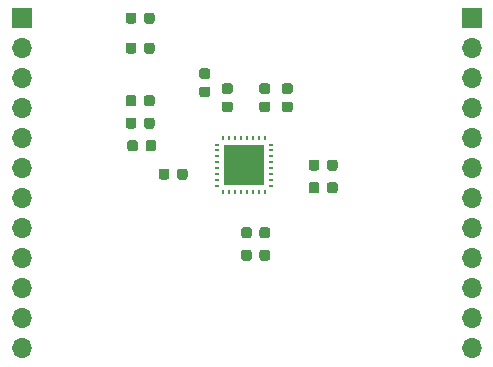
<source format=gts>
%TF.GenerationSoftware,KiCad,Pcbnew,(5.1.9-0-10_14)*%
%TF.CreationDate,2021-08-20T09:16:23+02:00*%
%TF.ProjectId,WM8758B_breakout,574d3837-3538-4425-9f62-7265616b6f75,rev?*%
%TF.SameCoordinates,Original*%
%TF.FileFunction,Soldermask,Top*%
%TF.FilePolarity,Negative*%
%FSLAX46Y46*%
G04 Gerber Fmt 4.6, Leading zero omitted, Abs format (unit mm)*
G04 Created by KiCad (PCBNEW (5.1.9-0-10_14)) date 2021-08-20 09:16:23*
%MOMM*%
%LPD*%
G01*
G04 APERTURE LIST*
%ADD10O,1.700000X1.700000*%
%ADD11R,1.700000X1.700000*%
%ADD12R,0.400000X0.200000*%
%ADD13R,0.200000X0.400000*%
%ADD14R,0.862500X0.862500*%
G04 APERTURE END LIST*
%TO.C,C19*%
G36*
G01*
X144965000Y-101850000D02*
X144965000Y-101350000D01*
G75*
G02*
X145190000Y-101125000I225000J0D01*
G01*
X145640000Y-101125000D01*
G75*
G02*
X145865000Y-101350000I0J-225000D01*
G01*
X145865000Y-101850000D01*
G75*
G02*
X145640000Y-102075000I-225000J0D01*
G01*
X145190000Y-102075000D01*
G75*
G02*
X144965000Y-101850000I0J225000D01*
G01*
G37*
G36*
G01*
X143415000Y-101850000D02*
X143415000Y-101350000D01*
G75*
G02*
X143640000Y-101125000I225000J0D01*
G01*
X144090000Y-101125000D01*
G75*
G02*
X144315000Y-101350000I0J-225000D01*
G01*
X144315000Y-101850000D01*
G75*
G02*
X144090000Y-102075000I-225000J0D01*
G01*
X143640000Y-102075000D01*
G75*
G02*
X143415000Y-101850000I0J225000D01*
G01*
G37*
%TD*%
%TO.C,C16*%
G36*
G01*
X144315000Y-95000000D02*
X144315000Y-95500000D01*
G75*
G02*
X144090000Y-95725000I-225000J0D01*
G01*
X143640000Y-95725000D01*
G75*
G02*
X143415000Y-95500000I0J225000D01*
G01*
X143415000Y-95000000D01*
G75*
G02*
X143640000Y-94775000I225000J0D01*
G01*
X144090000Y-94775000D01*
G75*
G02*
X144315000Y-95000000I0J-225000D01*
G01*
G37*
G36*
G01*
X145865000Y-95000000D02*
X145865000Y-95500000D01*
G75*
G02*
X145640000Y-95725000I-225000J0D01*
G01*
X145190000Y-95725000D01*
G75*
G02*
X144965000Y-95500000I0J225000D01*
G01*
X144965000Y-95000000D01*
G75*
G02*
X145190000Y-94775000I225000J0D01*
G01*
X145640000Y-94775000D01*
G75*
G02*
X145865000Y-95000000I0J-225000D01*
G01*
G37*
%TD*%
%TO.C,C15*%
G36*
G01*
X144315000Y-92460000D02*
X144315000Y-92960000D01*
G75*
G02*
X144090000Y-93185000I-225000J0D01*
G01*
X143640000Y-93185000D01*
G75*
G02*
X143415000Y-92960000I0J225000D01*
G01*
X143415000Y-92460000D01*
G75*
G02*
X143640000Y-92235000I225000J0D01*
G01*
X144090000Y-92235000D01*
G75*
G02*
X144315000Y-92460000I0J-225000D01*
G01*
G37*
G36*
G01*
X145865000Y-92460000D02*
X145865000Y-92960000D01*
G75*
G02*
X145640000Y-93185000I-225000J0D01*
G01*
X145190000Y-93185000D01*
G75*
G02*
X144965000Y-92960000I0J225000D01*
G01*
X144965000Y-92460000D01*
G75*
G02*
X145190000Y-92235000I225000J0D01*
G01*
X145640000Y-92235000D01*
G75*
G02*
X145865000Y-92460000I0J-225000D01*
G01*
G37*
%TD*%
%TO.C,C11*%
G36*
G01*
X145105000Y-103755000D02*
X145105000Y-103255000D01*
G75*
G02*
X145330000Y-103030000I225000J0D01*
G01*
X145780000Y-103030000D01*
G75*
G02*
X146005000Y-103255000I0J-225000D01*
G01*
X146005000Y-103755000D01*
G75*
G02*
X145780000Y-103980000I-225000J0D01*
G01*
X145330000Y-103980000D01*
G75*
G02*
X145105000Y-103755000I0J225000D01*
G01*
G37*
G36*
G01*
X143555000Y-103755000D02*
X143555000Y-103255000D01*
G75*
G02*
X143780000Y-103030000I225000J0D01*
G01*
X144230000Y-103030000D01*
G75*
G02*
X144455000Y-103255000I0J-225000D01*
G01*
X144455000Y-103755000D01*
G75*
G02*
X144230000Y-103980000I-225000J0D01*
G01*
X143780000Y-103980000D01*
G75*
G02*
X143555000Y-103755000I0J225000D01*
G01*
G37*
%TD*%
%TO.C,C1*%
G36*
G01*
X152269000Y-99116000D02*
X151769000Y-99116000D01*
G75*
G02*
X151544000Y-98891000I0J225000D01*
G01*
X151544000Y-98441000D01*
G75*
G02*
X151769000Y-98216000I225000J0D01*
G01*
X152269000Y-98216000D01*
G75*
G02*
X152494000Y-98441000I0J-225000D01*
G01*
X152494000Y-98891000D01*
G75*
G02*
X152269000Y-99116000I-225000J0D01*
G01*
G37*
G36*
G01*
X152269000Y-100666000D02*
X151769000Y-100666000D01*
G75*
G02*
X151544000Y-100441000I0J225000D01*
G01*
X151544000Y-99991000D01*
G75*
G02*
X151769000Y-99766000I225000J0D01*
G01*
X152269000Y-99766000D01*
G75*
G02*
X152494000Y-99991000I0J-225000D01*
G01*
X152494000Y-100441000D01*
G75*
G02*
X152269000Y-100666000I-225000J0D01*
G01*
G37*
%TD*%
%TO.C,C5*%
G36*
G01*
X155444000Y-99116000D02*
X154944000Y-99116000D01*
G75*
G02*
X154719000Y-98891000I0J225000D01*
G01*
X154719000Y-98441000D01*
G75*
G02*
X154944000Y-98216000I225000J0D01*
G01*
X155444000Y-98216000D01*
G75*
G02*
X155669000Y-98441000I0J-225000D01*
G01*
X155669000Y-98891000D01*
G75*
G02*
X155444000Y-99116000I-225000J0D01*
G01*
G37*
G36*
G01*
X155444000Y-100666000D02*
X154944000Y-100666000D01*
G75*
G02*
X154719000Y-100441000I0J225000D01*
G01*
X154719000Y-99991000D01*
G75*
G02*
X154944000Y-99766000I225000J0D01*
G01*
X155444000Y-99766000D01*
G75*
G02*
X155669000Y-99991000I0J-225000D01*
G01*
X155669000Y-100441000D01*
G75*
G02*
X155444000Y-100666000I-225000J0D01*
G01*
G37*
%TD*%
%TO.C,C2*%
G36*
G01*
X157349000Y-100666000D02*
X156849000Y-100666000D01*
G75*
G02*
X156624000Y-100441000I0J225000D01*
G01*
X156624000Y-99991000D01*
G75*
G02*
X156849000Y-99766000I225000J0D01*
G01*
X157349000Y-99766000D01*
G75*
G02*
X157574000Y-99991000I0J-225000D01*
G01*
X157574000Y-100441000D01*
G75*
G02*
X157349000Y-100666000I-225000J0D01*
G01*
G37*
G36*
G01*
X157349000Y-99116000D02*
X156849000Y-99116000D01*
G75*
G02*
X156624000Y-98891000I0J225000D01*
G01*
X156624000Y-98441000D01*
G75*
G02*
X156849000Y-98216000I225000J0D01*
G01*
X157349000Y-98216000D01*
G75*
G02*
X157574000Y-98441000I0J-225000D01*
G01*
X157574000Y-98891000D01*
G75*
G02*
X157349000Y-99116000I-225000J0D01*
G01*
G37*
%TD*%
%TO.C,C6*%
G36*
G01*
X150364000Y-99396000D02*
X149864000Y-99396000D01*
G75*
G02*
X149639000Y-99171000I0J225000D01*
G01*
X149639000Y-98721000D01*
G75*
G02*
X149864000Y-98496000I225000J0D01*
G01*
X150364000Y-98496000D01*
G75*
G02*
X150589000Y-98721000I0J-225000D01*
G01*
X150589000Y-99171000D01*
G75*
G02*
X150364000Y-99396000I-225000J0D01*
G01*
G37*
G36*
G01*
X150364000Y-97846000D02*
X149864000Y-97846000D01*
G75*
G02*
X149639000Y-97621000I0J225000D01*
G01*
X149639000Y-97171000D01*
G75*
G02*
X149864000Y-96946000I225000J0D01*
G01*
X150364000Y-96946000D01*
G75*
G02*
X150589000Y-97171000I0J-225000D01*
G01*
X150589000Y-97621000D01*
G75*
G02*
X150364000Y-97846000I-225000J0D01*
G01*
G37*
%TD*%
%TO.C,C13*%
G36*
G01*
X158909000Y-105406000D02*
X158909000Y-104906000D01*
G75*
G02*
X159134000Y-104681000I225000J0D01*
G01*
X159584000Y-104681000D01*
G75*
G02*
X159809000Y-104906000I0J-225000D01*
G01*
X159809000Y-105406000D01*
G75*
G02*
X159584000Y-105631000I-225000J0D01*
G01*
X159134000Y-105631000D01*
G75*
G02*
X158909000Y-105406000I0J225000D01*
G01*
G37*
G36*
G01*
X160459000Y-105406000D02*
X160459000Y-104906000D01*
G75*
G02*
X160684000Y-104681000I225000J0D01*
G01*
X161134000Y-104681000D01*
G75*
G02*
X161359000Y-104906000I0J-225000D01*
G01*
X161359000Y-105406000D01*
G75*
G02*
X161134000Y-105631000I-225000J0D01*
G01*
X160684000Y-105631000D01*
G75*
G02*
X160459000Y-105406000I0J225000D01*
G01*
G37*
%TD*%
%TO.C,C12*%
G36*
G01*
X159809000Y-106811000D02*
X159809000Y-107311000D01*
G75*
G02*
X159584000Y-107536000I-225000J0D01*
G01*
X159134000Y-107536000D01*
G75*
G02*
X158909000Y-107311000I0J225000D01*
G01*
X158909000Y-106811000D01*
G75*
G02*
X159134000Y-106586000I225000J0D01*
G01*
X159584000Y-106586000D01*
G75*
G02*
X159809000Y-106811000I0J-225000D01*
G01*
G37*
G36*
G01*
X161359000Y-106811000D02*
X161359000Y-107311000D01*
G75*
G02*
X161134000Y-107536000I-225000J0D01*
G01*
X160684000Y-107536000D01*
G75*
G02*
X160459000Y-107311000I0J225000D01*
G01*
X160459000Y-106811000D01*
G75*
G02*
X160684000Y-106586000I225000J0D01*
G01*
X161134000Y-106586000D01*
G75*
G02*
X161359000Y-106811000I0J-225000D01*
G01*
G37*
%TD*%
%TO.C,C3*%
G36*
G01*
X154744000Y-111121000D02*
X154744000Y-110621000D01*
G75*
G02*
X154969000Y-110396000I225000J0D01*
G01*
X155419000Y-110396000D01*
G75*
G02*
X155644000Y-110621000I0J-225000D01*
G01*
X155644000Y-111121000D01*
G75*
G02*
X155419000Y-111346000I-225000J0D01*
G01*
X154969000Y-111346000D01*
G75*
G02*
X154744000Y-111121000I0J225000D01*
G01*
G37*
G36*
G01*
X153194000Y-111121000D02*
X153194000Y-110621000D01*
G75*
G02*
X153419000Y-110396000I225000J0D01*
G01*
X153869000Y-110396000D01*
G75*
G02*
X154094000Y-110621000I0J-225000D01*
G01*
X154094000Y-111121000D01*
G75*
G02*
X153869000Y-111346000I-225000J0D01*
G01*
X153419000Y-111346000D01*
G75*
G02*
X153194000Y-111121000I0J225000D01*
G01*
G37*
%TD*%
%TO.C,C4*%
G36*
G01*
X153194000Y-113026000D02*
X153194000Y-112526000D01*
G75*
G02*
X153419000Y-112301000I225000J0D01*
G01*
X153869000Y-112301000D01*
G75*
G02*
X154094000Y-112526000I0J-225000D01*
G01*
X154094000Y-113026000D01*
G75*
G02*
X153869000Y-113251000I-225000J0D01*
G01*
X153419000Y-113251000D01*
G75*
G02*
X153194000Y-113026000I0J225000D01*
G01*
G37*
G36*
G01*
X154744000Y-113026000D02*
X154744000Y-112526000D01*
G75*
G02*
X154969000Y-112301000I225000J0D01*
G01*
X155419000Y-112301000D01*
G75*
G02*
X155644000Y-112526000I0J-225000D01*
G01*
X155644000Y-113026000D01*
G75*
G02*
X155419000Y-113251000I-225000J0D01*
G01*
X154969000Y-113251000D01*
G75*
G02*
X154744000Y-113026000I0J225000D01*
G01*
G37*
%TD*%
%TO.C,C10*%
G36*
G01*
X145865000Y-99445000D02*
X145865000Y-99945000D01*
G75*
G02*
X145640000Y-100170000I-225000J0D01*
G01*
X145190000Y-100170000D01*
G75*
G02*
X144965000Y-99945000I0J225000D01*
G01*
X144965000Y-99445000D01*
G75*
G02*
X145190000Y-99220000I225000J0D01*
G01*
X145640000Y-99220000D01*
G75*
G02*
X145865000Y-99445000I0J-225000D01*
G01*
G37*
G36*
G01*
X144315000Y-99445000D02*
X144315000Y-99945000D01*
G75*
G02*
X144090000Y-100170000I-225000J0D01*
G01*
X143640000Y-100170000D01*
G75*
G02*
X143415000Y-99945000I0J225000D01*
G01*
X143415000Y-99445000D01*
G75*
G02*
X143640000Y-99220000I225000J0D01*
G01*
X144090000Y-99220000D01*
G75*
G02*
X144315000Y-99445000I0J-225000D01*
G01*
G37*
%TD*%
%TO.C,C8*%
G36*
G01*
X147109000Y-105668000D02*
X147109000Y-106168000D01*
G75*
G02*
X146884000Y-106393000I-225000J0D01*
G01*
X146434000Y-106393000D01*
G75*
G02*
X146209000Y-106168000I0J225000D01*
G01*
X146209000Y-105668000D01*
G75*
G02*
X146434000Y-105443000I225000J0D01*
G01*
X146884000Y-105443000D01*
G75*
G02*
X147109000Y-105668000I0J-225000D01*
G01*
G37*
G36*
G01*
X148659000Y-105668000D02*
X148659000Y-106168000D01*
G75*
G02*
X148434000Y-106393000I-225000J0D01*
G01*
X147984000Y-106393000D01*
G75*
G02*
X147759000Y-106168000I0J225000D01*
G01*
X147759000Y-105668000D01*
G75*
G02*
X147984000Y-105443000I225000J0D01*
G01*
X148434000Y-105443000D01*
G75*
G02*
X148659000Y-105668000I0J-225000D01*
G01*
G37*
%TD*%
D10*
%TO.C,J1*%
X134620000Y-120650000D03*
X134620000Y-118110000D03*
X134620000Y-115570000D03*
X134620000Y-113030000D03*
X134620000Y-110490000D03*
X134620000Y-107950000D03*
X134620000Y-105410000D03*
X134620000Y-102870000D03*
X134620000Y-100330000D03*
X134620000Y-97790000D03*
X134620000Y-95250000D03*
D11*
X134620000Y-92710000D03*
%TD*%
%TO.C,J2*%
X172720000Y-92710000D03*
D10*
X172720000Y-95250000D03*
X172720000Y-97790000D03*
X172720000Y-100330000D03*
X172720000Y-102870000D03*
X172720000Y-105410000D03*
X172720000Y-107950000D03*
X172720000Y-110490000D03*
X172720000Y-113030000D03*
X172720000Y-115570000D03*
X172720000Y-118110000D03*
X172720000Y-120650000D03*
%TD*%
D12*
%TO.C,U1*%
X151138999Y-103406001D03*
X151138999Y-103906001D03*
X151138999Y-104406001D03*
X151138999Y-104906001D03*
X151138999Y-105406001D03*
X151138999Y-105906001D03*
X151138999Y-106406001D03*
X151138999Y-106906001D03*
D13*
X151688999Y-107456001D03*
X152188999Y-107456001D03*
X152688999Y-107456001D03*
X153188999Y-107456001D03*
X153688999Y-107456001D03*
X154188999Y-107456001D03*
X154688999Y-107456001D03*
X155188999Y-107456001D03*
D12*
X155738999Y-106906001D03*
X155738999Y-106406001D03*
X155738999Y-105906001D03*
X155738999Y-105406001D03*
X155738999Y-104906001D03*
X155738999Y-104406001D03*
X155738999Y-103906001D03*
X155738999Y-103406001D03*
D13*
X155188999Y-102856001D03*
X154688999Y-102856001D03*
X154188999Y-102856001D03*
X153688999Y-102856001D03*
X153188999Y-102856001D03*
X152688999Y-102856001D03*
X152188999Y-102856001D03*
X151688999Y-102856001D03*
D14*
X152145249Y-103862251D03*
X152145249Y-104724751D03*
X152145249Y-105587251D03*
X152145249Y-106449751D03*
X153007749Y-103862251D03*
X153007749Y-104724751D03*
X153007749Y-105587251D03*
X153007749Y-106449751D03*
X153870249Y-103862251D03*
X153870249Y-104724751D03*
X153870249Y-105587251D03*
X153870249Y-106449751D03*
X154732749Y-103862251D03*
X154732749Y-104724751D03*
X154732749Y-105587251D03*
X154732749Y-106449751D03*
%TD*%
M02*

</source>
